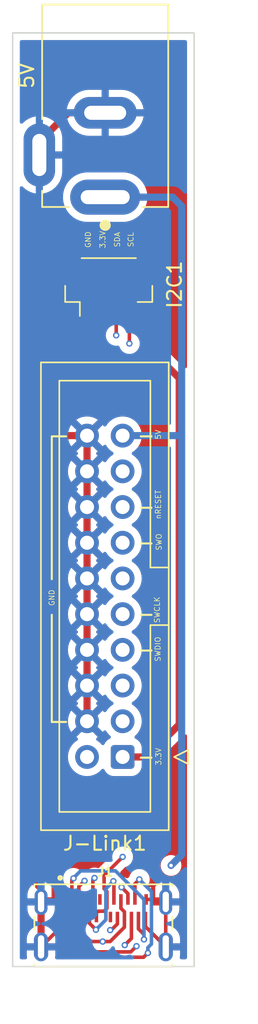
<source format=kicad_pcb>
(kicad_pcb (version 20211014) (generator pcbnew)
  (layers (0 "F.Cu" signal) (1 "In1.Cu" signal) (2 "In2.Cu" signal) (31 "B.Cu" signal) (34 "B.Paste" user) (35 "F.Paste" user) (36 "B.SilkS" user "B.Silkscreen") (37 "F.SilkS" user "F.Silkscreen") (38 "B.Mask" user) (39 "F.Mask" user) (44 "Edge.Cuts" user))
  (net 0 "")
  (net 1 "5V")
  (net 2 "GND")
  (net 3 "3.3V")
  (net 4 "SDA")
  (net 5 "SCL")
  (net 9 "SWDIO")
  (net 10 "SWCLK")
  (net 12 "SWO")
  (net 13 "nRESET")
  (footprint "Connector_JST:JST_SH_BM04B-SRSS-TB_1x04-1MP_P1.00mm_Vertical" (layer "F.Cu") (at 137.668 85.344)
    (fp_text reference "I2C1" (at 4.699 -0.127 90) (layer "F.SilkS"))
    (fp_text value "I2C")
    (fp_line (start -2.06 1.11) (end -2.06 2.1) (layer "F.SilkS") (width 0.12))
    (fp_line (start -1.94 -2.01) (end 1.94 -2.01) (layer "F.SilkS") (width 0.12))
    (fp_line (start 3.11 -0.04) (end 3.11 1.11) (layer "F.SilkS") (width 0.12))
    (fp_line (start -3.11 -0.04) (end -3.11 1.11) (layer "F.SilkS") (width 0.12))
    (fp_line (start -3.11 1.11) (end -2.06 1.11) (layer "F.SilkS") (width 0.12))
    (fp_line (start 3.11 1.11) (end 2.06 1.11) (layer "F.SilkS") (width 0.12))
    (pad "1" smd roundrect (at -1.5 1.325) (size 0.6 1.55) (layers "F.Cu" "F.Paste" "F.Mask") (net 2 "GND"))
    (pad "1" smd roundrect (at 2.799999 -1.2) (size 1.2 1.8) (layers "F.Cu" "F.Paste" "F.Mask") (roundrect_rratio 0.2083333333) (net 2 "GND"))
    (pad "1" smd roundrect (at -2.799999 -1.2) (size 1.2 1.8) (layers "F.Cu" "F.Paste" "F.Mask") (roundrect_rratio 0.2083333333) (net 2 "GND"))
    (pad "2" smd roundrect (at -0.5 1.325) (size 0.6 1.55) (layers "F.Cu" "F.Paste" "F.Mask") (net 3 "3.3V"))
    (pad "3" smd roundrect (at 0.5 1.325) (size 0.6 1.55) (layers "F.Cu" "F.Paste" "F.Mask") (net 4 "SDA"))
    (pad "4" smd roundrect (at 1.5 1.325) (size 0.6 1.55) (layers "F.Cu" "F.Paste" "F.Mask") (net 5 "SCL"))
  )
  (footprint "Connector_IDC:IDC-Header_2x10_P2.54mm_Vertical" (layer "F.Cu") (at 138.6586 118.8212 180)
    (fp_text reference "J-Link1" (at 1.27 -6.1468) (layer "F.SilkS"))
    (fp_text value "J-Link")
    (fp_line (start -4.68 0.5) (end -3.68 0) (layer "F.SilkS") (width 0.12))
    (fp_line (start -1.98 13.48) (end -3.29 13.48) (layer "F.SilkS") (width 0.12))
    (fp_line (start -3.68 0) (end -4.68 -0.5) (layer "F.SilkS") (width 0.12))
    (fp_line (start -1.98 9.38) (end -1.98 -3.91) (layer "F.SilkS") (width 0.12))
    (fp_line (start -1.98 -3.91) (end 4.52 -3.91) (layer "F.SilkS") (width 0.12))
    (fp_line (start 5.83 28.07) (end -3.29 28.07) (layer "F.SilkS") (width 0.12))
    (fp_line (start -4.68 -0.5) (end -4.68 0.5) (layer "F.SilkS") (width 0.12))
    (fp_line (start 4.52 26.77) (end -1.98 26.77) (layer "F.SilkS") (width 0.12))
    (fp_line (start 4.52 -3.91) (end 4.52 26.77) (layer "F.SilkS") (width 0.12))
    (fp_line (start -3.29 28.07) (end -3.29 -5.21) (layer "F.SilkS") (width 0.12))
    (fp_line (start -3.29 9.38) (end -1.98 9.38) (layer "F.SilkS") (width 0.12))
    (fp_line (start 5.83 -5.21) (end 5.83 28.07) (layer "F.SilkS") (width 0.12))
    (fp_line (start -3.29 -5.21) (end 5.83 -5.21) (layer "F.SilkS") (width 0.12))
    (fp_line (start -1.98 13.48) (end -1.98 13.48) (layer "F.SilkS") (width 0.12))
    (fp_line (start -1.98 26.77) (end -1.98 13.48) (layer "F.SilkS") (width 0.12))
    (pad "1" thru_hole roundrect (at 0 0 180) (size 1.7 1.7) (drill 1) (layers *.Cu *.Mask) (roundrect_rratio 0.1470588235) (net 3 "3.3V"))
    (pad "2" thru_hole circle (at 2.54 0 180) (size 1.7 1.7) (drill 1) (layers *.Cu *.Mask))
    (pad "3" thru_hole circle (at 0 2.54 180) (size 1.7 1.7) (drill 1) (layers *.Cu *.Mask))
    (pad "4" thru_hole circle (at 2.54 2.54 180) (size 1.7 1.7) (drill 1) (layers *.Cu *.Mask) (net 2 "GND"))
    (pad "5" thru_hole circle (at 0 5.08 180) (size 1.7 1.7) (drill 1) (layers *.Cu *.Mask))
    (pad "6" thru_hole circle (at 2.54 5.08 180) (size 1.7 1.7) (drill 1) (layers *.Cu *.Mask) (net 2 "GND"))
    (pad "7" thru_hole circle (at 0 7.62 180) (size 1.7 1.7) (drill 1) (layers *.Cu *.Mask) (net 9 "SWDIO"))
    (pad "8" thru_hole circle (at 2.54 7.62 180) (size 1.7 1.7) (drill 1) (layers *.Cu *.Mask) (net 2 "GND"))
    (pad "9" thru_hole circle (at 0 10.16 180) (size 1.7 1.7) (drill 1) (layers *.Cu *.Mask) (net 10 "SWCLK"))
    (pad "10" thru_hole circle (at 2.54 10.16 180) (size 1.7 1.7) (drill 1) (layers *.Cu *.Mask) (net 2 "GND"))
    (pad "11" thru_hole circle (at 0 12.7 180) (size 1.7 1.7) (drill 1) (layers *.Cu *.Mask))
    (pad "12" thru_hole circle (at 2.54 12.7 180) (size 1.7 1.7) (drill 1) (layers *.Cu *.Mask) (net 2 "GND"))
    (pad "13" thru_hole circle (at 0 15.24 180) (size 1.7 1.7) (drill 1) (layers *.Cu *.Mask) (net 12 "SWO"))
    (pad "14" thru_hole circle (at 2.54 15.24 180) (size 1.7 1.7) (drill 1) (layers *.Cu *.Mask) (net 2 "GND"))
    (pad "15" thru_hole circle (at 0 17.78 180) (size 1.7 1.7) (drill 1) (layers *.Cu *.Mask) (net 13 "nRESET"))
    (pad "16" thru_hole circle (at 2.54 17.78 180) (size 1.7 1.7) (drill 1) (layers *.Cu *.Mask) (net 2 "GND"))
    (pad "17" thru_hole circle (at 0 20.32 180) (size 1.7 1.7) (drill 1) (layers *.Cu *.Mask))
    (pad "18" thru_hole circle (at 2.54 20.32 180) (size 1.7 1.7) (drill 1) (layers *.Cu *.Mask) (net 2 "GND"))
    (pad "19" thru_hole circle (at 0 22.86 180) (size 1.7 1.7) (drill 1) (layers *.Cu *.Mask) (net 1 "5V"))
    (pad "20" thru_hole circle (at 2.54 22.86 180) (size 1.7 1.7) (drill 1) (layers *.Cu *.Mask) (net 2 "GND"))
  )
  (footprint "posey:CUI_PJ-002A" (layer "F.Cu") (at 137.414 78.994 90)
    (fp_text reference "5V" (at 8.636 -5.588 90) (layer "F.SilkS") (effects (font (size 1.000827 1.000827))))
    (fp_text value "PJ-002A")
    (fp_line (start 13.7 4.5) (end -0.7 4.5) (layer "F.SilkS") (width 0.127))
    (fp_line (start 5.55 -4.5) (end 13.7 -4.5) (layer "F.SilkS") (width 0.127))
    (fp_line (start -0.7 4.5) (end -0.7 2.65) (layer "F.SilkS") (width 0.127))
    (fp_line (start -0.7 -2.55) (end -0.7 -4.5) (layer "F.SilkS") (width 0.127))
    (fp_line (start 13.7 -4.5) (end 13.7 4.5) (layer "F.SilkS") (width 0.127))
    (fp_line (start -0.7 -4.5) (end 0.45 -4.5) (layer "F.SilkS") (width 0.127))
    (fp_circle (center -2 0) (end -1.8 0) (layer "F.SilkS") (width 0.4) (fill none))
    (pad "1" thru_hole oval (at 0 0 90) (size 2.5 5) (drill oval 1 3.5) (layers *.Cu *.Mask) (net 1 "5V"))
    (pad "2" thru_hole oval (at 6 0 90) (size 2.25 4.5) (drill oval 1 3) (layers *.Cu *.Mask) (net 2 "GND"))
    (pad "3" thru_hole oval (at 3 -4.7 90) (size 4.5 2.25) (drill oval 3 1) (layers *.Cu *.Mask) (net 2 "GND"))
  )
  (footprint "posey:TE_2305018-2_USBC_Recepticle" (layer "F.Cu") (at 137.287 132.334)
    (fp_text reference "J1" (at 0.127 -5.334) (layer "F.SilkS") (effects (font (size 0.641101 0.641101))))
    (fp_text value "USB-C Recp TE-2305018-2")
    (fp_line (start -4.925 1.4) (end -4.925 1.23125) (layer "F.SilkS") (width 0.127))
    (fp_line (start -4.925 -4.45) (end 4.925 -4.45) (layer "F.SilkS") (width 0.127))
    (fp_line (start 4.925 1.4) (end 4.925 1.23125) (layer "F.SilkS") (width 0.127))
    (fp_line (start -4.925 -1.23125) (end -4.925 -2.15469) (layer "F.SilkS") (width 0.127))
    (fp_line (start -4.925 -4.30938) (end -4.925 -4.45) (layer "F.SilkS") (width 0.127))
    (fp_line (start 4.925 -1.23125) (end 4.925 -2.15469) (layer "F.SilkS") (width 0.127))
    (fp_line (start 4.925 1.4) (end -4.925 1.4) (layer "F.SilkS") (width 0.127))
    (fp_line (start 4.925 -4.30938) (end 4.925 -4.45) (layer "F.SilkS") (width 0.127))
    (fp_circle (center -3.085 -4.907) (end -2.985 -4.907) (layer "F.SilkS") (width 0.2) (fill none))
    (pad "A1" smd rect (at -3.05 -3.375) (size 0.25 0.75) (layers "F.Cu" "F.Paste" "F.Mask") (net 2 "GND"))
    (pad "A2" smd rect (at -2.25 -3.375) (size 0.25 0.75) (layers "F.Cu" "F.Paste" "F.Mask") (net 4 "SDA"))
    (pad "A3" smd rect (at -1.75 -3.375) (size 0.25 0.75) (layers "F.Cu" "F.Paste" "F.Mask") (net 5 "SCL"))
    (pad "A4" smd rect (at -1.25 -3.375) (size 0.25 0.75) (layers "F.Cu" "F.Paste" "F.Mask") (net 1 "5V"))
    (pad "A5" smd rect (at -0.75 -3.375) (size 0.25 0.75) (layers "F.Cu" "F.Paste" "F.Mask") (net 3 "3.3V"))
    (pad "A6" smd rect (at -0.25 -3.375) (size 0.25 0.75) (layers "F.Cu" "F.Paste" "F.Mask"))
    (pad "A7" smd rect (at 0.25 -3.375) (size 0.25 0.75) (layers "F.Cu" "F.Paste" "F.Mask") (net 12 "SWO"))
    (pad "A8" smd rect (at 0.75 -3.375) (size 0.25 0.75) (layers "F.Cu" "F.Paste" "F.Mask") (net 13 "nRESET"))
    (pad "A9" smd rect (at 1.25 -3.375) (size 0.25 0.75) (layers "F.Cu" "F.Paste" "F.Mask") (net 1 "5V"))
    (pad "A10" smd rect (at 1.75 -3.375) (size 0.25 0.75) (layers "F.Cu" "F.Paste" "F.Mask") (net 9 "SWDIO"))
    (pad "A11" smd rect (at 2.25 -3.375) (size 0.25 0.75) (layers "F.Cu" "F.Paste" "F.Mask") (net 10 "SWCLK"))
    (pad "A12" smd rect (at 3.05 -3.375) (size 0.25 0.75) (layers "F.Cu" "F.Paste" "F.Mask") (net 2 "GND"))
    (pad "B1" smd rect (at 3 -2.125) (size 0.25 0.75) (layers "F.Cu" "F.Paste" "F.Mask") (net 2 "GND"))
    (pad "B2" smd rect (at 2.5 -2.125) (size 0.25 0.75) (layers "F.Cu" "F.Paste" "F.Mask") (net 4 "SDA"))
    (pad "B3" smd rect (at 2 -2.125) (size 0.25 0.75) (layers "F.Cu" "F.Paste" "F.Mask") (net 5 "SCL"))
    (pad "B4" smd rect (at 1.5 -2.125) (size 0.25 0.75) (layers "F.Cu" "F.Paste" "F.Mask") (net 1 "5V"))
    (pad "B5" smd rect (at 1 -2.125) (size 0.25 0.75) (layers "F.Cu" "F.Paste" "F.Mask") (net 3 "3.3V"))
    (pad "B6" smd rect (at 0.5 -2.125) (size 0.25 0.75) (layers "F.Cu" "F.Paste" "F.Mask"))
    (pad "B7" smd rect (at -0.5 -2.125) (size 0.25 0.75) (layers "F.Cu" "F.Paste" "F.Mask") (net 12 "SWO"))
    (pad "B8" smd rect (at -1 -2.125) (size 0.25 0.75) (layers "F.Cu" "F.Paste" "F.Mask") (net 13 "nRESET"))
    (pad "B9" smd rect (at -1.5 -2.125) (size 0.25 0.75) (layers "F.Cu" "F.Paste" "F.Mask") (net 1 "5V"))
    (pad "B10" smd rect (at -2 -2.125) (size 0.25 0.75) (layers "F.Cu" "F.Paste" "F.Mask") (net 9 "SWDIO"))
    (pad "B11" smd rect (at -2.5 -2.125) (size 0.25 0.75) (layers "F.Cu" "F.Paste" "F.Mask") (net 10 "SWCLK"))
    (pad "B12" smd rect (at -3 -2.125) (size 0.25 0.75) (layers "F.Cu" "F.Paste" "F.Mask") (net 2 "GND"))
    (pad "G1" smd rect (at -3.55 -3.375) (size 0.3 0.75) (layers "F.Cu" "F.Paste" "F.Mask") (net 2 "GND"))
    (pad "G2" smd rect (at 3.55 -3.375) (size 0.3 0.75) (layers "F.Cu" "F.Paste" "F.Mask") (net 2 "GND"))
    (pad "S1" thru_hole oval (at -4.45 0) (size 1.025 2.05) (drill oval 0.45 1.65) (layers *.Cu *.Mask) (net 2 "GND"))
    (pad "S2" thru_hole oval (at 4.45 0) (size 1.025 2.05) (drill oval 0.45 1.65) (layers *.Cu *.Mask) (net 2 "GND"))
    (pad "S3" thru_hole oval (at -4.45 -3.2) (size 0.925 1.85) (drill oval 0.45 1.45) (layers *.Cu *.Mask) (net 2 "GND"))
    (pad "S4" thru_hole oval (at 4.45 -3.2) (size 0.925 1.85) (drill oval 0.45 1.45) (layers *.Cu *.Mask) (net 2 "GND"))
  )
  (gr_line (start 139.954 96.012) (end 140.716 96.012) (layer "F.SilkS") (width 0.15))
  (gr_line (start 139.954 103.632) (end 140.716 103.632) (layer "F.SilkS") (width 0.15))
  (gr_line (start 139.954 108.712) (end 140.716 108.712) (layer "F.SilkS") (width 0.15))
  (gr_line (start 139.954 111.252) (end 140.716 111.252) (layer "F.SilkS") (width 0.15))
  (gr_line (start 133.604 108.712) (end 133.604 116.332) (layer "F.SilkS") (width 0.15))
  (gr_line (start 139.954 118.872) (end 140.716 118.872) (layer "F.SilkS") (width 0.15))
  (gr_line (start 133.604 96.012) (end 134.62 96.012) (layer "F.SilkS") (width 0.15))
  (gr_line (start 133.604 96.012) (end 133.604 106.172) (layer "F.SilkS") (width 0.15))
  (gr_line (start 133.604 116.332) (end 134.62 116.332) (layer "F.SilkS") (width 0.15))
  (gr_line (start 139.954 101.092) (end 140.716 101.092) (layer "F.SilkS") (width 0.15))
  (gr_rect (start 130.81 67.31) (end 143.764 133.731) (layer "Edge.Cuts") (width 0.1) (fill none))
  (gr_text "3.3V" (at 137.2362 82.0166 90) (layer "F.SilkS") (effects (font (size 0.381 0.381) (thickness 0.0508))))
  (gr_text "5V" (at 141.1986 95.885 90) (layer "F.SilkS") (effects (font (size 0.381 0.381) (thickness 0.0508))))
  (gr_text "nRESET" (at 141.1986 100.8634 90) (layer "F.SilkS") (effects (font (size 0.381 0.381) (thickness 0.0508))))
  (gr_text "SWCLK" (at 141.1224 108.3564 90) (layer "F.SilkS") (effects (font (size 0.381 0.381) (thickness 0.0508))))
  (gr_text "GND" (at 136.1948 82.0166 90) (layer "F.SilkS") (effects (font (size 0.381 0.381) (thickness 0.0508))))
  (gr_text "SWO" (at 141.2494 103.5304 90) (layer "F.SilkS") (effects (font (size 0.381 0.381) (thickness 0.0508))))
  (gr_text "3.3V" (at 141.224 118.7958 90) (layer "F.SilkS") (effects (font (size 0.381 0.381) (thickness 0.0508))))
  (gr_text "SCL" (at 139.2428 82.0166 90) (layer "F.SilkS") (effects (font (size 0.381 0.381) (thickness 0.0508))))
  (gr_text "SWDIO" (at 141.1732 111.1504 90) (layer "F.SilkS") (effects (font (size 0.381 0.381) (thickness 0.0508))))
  (gr_text "SDA" (at 138.2776 82.0166 90) (layer "F.SilkS") (effects (font (size 0.381 0.381) (thickness 0.0508))))
  (gr_text "GND" (at 133.604 107.4928 90) (layer "F.SilkS") (effects (font (size 0.381 0.381) (thickness 0.0508))))
  (segment (start 137.7696 131.953) (end 138.787 130.9356) (width 0.254) (layer "F.Cu") (net 1))
  (segment (start 136.1948 131.7498) (end 136.398 131.953) (width 0.254) (layer "F.Cu") (net 1))
  (segment (start 135.787 131.342) (end 136.1948 131.7498) (width 0.254) (layer "F.Cu") (net 1))
  (segment (start 135.787 130.209) (end 135.787 129.58) (width 0.254) (layer "F.Cu") (net 1))
  (segment (start 135.787 130.209) (end 135.787 131.342) (width 0.254) (layer "F.Cu") (net 1))
  (segment (start 136.398 131.953) (end 137.2362 131.953) (width 0.254) (layer "F.Cu") (net 1))
  (segment (start 135.787 129.58) (end 136.037 129.33) (width 0.254) (layer "F.Cu") (net 1))
  (segment (start 136.037 129.33) (end 136.037 128.959) (width 0.254) (layer "F.Cu") (net 1))
  (segment (start 138.787 129.838) (end 138.787 130.209) (width 0.254) (layer "F.Cu") (net 1))
  (segment (start 137.2362 131.953) (end 137.7696 131.953) (width 0.254) (layer "F.Cu") (net 1))
  (segment (start 138.787 130.9356) (end 138.787 130.209) (width 0.254) (layer "F.Cu") (net 1))
  (segment (start 138.537 129.588) (end 138.787 129.838) (width 0.254) (layer "F.Cu") (net 1))
  (segment (start 138.537 128.959) (end 138.537 129.588) (width 0.254) (layer "F.Cu") (net 1))
  (via (at 142.113 126.5428) (size 0.4572) (drill 0.254) (layers "F.Cu" "B.Cu") (net 1))
  (via (at 137.2362 131.953) (size 0.4572) (drill 0.254) (layers "F.Cu" "B.Cu") (net 1))
  (segment (start 142.24 78.994) (end 142.875 79.629) (width 0.508) (layer "B.Cu") (net 1))
  (segment (start 138.6586 95.9612) (end 142.7988 95.9612) (width 0.508) (layer "B.Cu") (net 1))
  (segment (start 142.875 125.7808) (end 142.113 126.5428) (width 0.508) (layer "B.Cu") (net 1))
  (segment (start 142.7988 95.9612) (end 142.875 95.885) (width 0.508) (layer "B.Cu") (net 1))
  (segment (start 137.414 78.994) (end 142.24 78.994) (width 0.508) (layer "B.Cu") (net 1))
  (segment (start 142.875 95.885) (end 142.875 125.7808) (width 0.508) (layer "B.Cu") (net 1))
  (segment (start 142.875 79.629) (end 142.875 95.885) (width 0.508) (layer "B.Cu") (net 1))
  (segment (start 136.1186 95.9612) (end 136.1186 116.2812) (width 0.508) (layer "F.Cu") (net 2))
  (segment (start 134.868001 86.023801) (end 134.868001 84.144) (width 0.508) (layer "F.Cu") (net 2))
  (segment (start 132.714 75.058) (end 134.778 72.994) (width 0.508) (layer "F.Cu") (net 2))
  (segment (start 136.168 86.669) (end 136.168 88.749) (width 0.508) (layer "F.Cu") (net 2))
  (segment (start 131.6928 84.144) (end 131.6736 84.1248) (width 0.508) (layer "F.Cu") (net 2))
  (segment (start 141.562 128.959) (end 141.737 129.134) (width 0.254) (layer "F.Cu") (net 2))
  (segment (start 131.6736 90.4494) (end 131.6736 84.6836) (width 0.508) (layer "F.Cu") (net 2))
  (segment (start 134.237 128.959) (end 133.737 128.959) (width 0.254) (layer "F.Cu") (net 2))
  (segment (start 131.6736 127) (end 131.6736 95.7072) (width 0.508) (layer "F.Cu") (net 2))
  (segment (start 136.168 88.749) (end 134.4676 90.4494) (width 0.508) (layer "F.Cu") (net 2))
  (segment (start 136.1186 95.9612) (end 131.9276 95.9612) (width 0.508) (layer "F.Cu") (net 2))
  (segment (start 134.287 130.884) (end 132.837 132.334) (width 0.254) (layer "F.Cu") (net 2))
  (segment (start 133.012 128.959) (end 132.837 129.134) (width 0.254) (layer "F.Cu") (net 2))
  (segment (start 134.4676 90.4494) (end 131.6736 90.4494) (width 0.508) (layer "F.Cu") (net 2))
  (segment (start 132.714 83.0844) (end 132.714 75.994) (width 0.508) (layer "F.Cu") (net 2))
  (segment (start 134.868001 84.144) (end 131.6928 84.144) (width 0.508) (layer "F.Cu") (net 2))
  (segment (start 131.6736 84.6836) (end 131.6736 84.1248) (width 0.508) (layer "F.Cu") (net 2))
  (segment (start 141.737 132.334) (end 141.737 129.134) (width 0.254) (layer "F.Cu") (net 2))
  (segment (start 140.287 130.884) (end 141.737 132.334) (width 0.254) (layer "F.Cu") (net 2))
  (segment (start 136.168 86.669) (end 135.5132 86.669) (width 0.508) (layer "F.Cu") (net 2))
  (segment (start 134.868001 84.144) (end 140.467999 84.144) (width 0.508) (layer "F.Cu") (net 2))
  (segment (start 140.837 128.959) (end 141.562 128.959) (width 0.254) (layer "F.Cu") (net 2))
  (segment (start 131.6736 95.7072) (end 131.6736 90.4494) (width 0.508) (layer "F.Cu") (net 2))
  (segment (start 132.837 132.334) (end 132.837 129.134) (width 0.508) (layer "F.Cu") (net 2))
  (segment (start 134.287 130.209) (end 134.287 130.884) (width 0.254) (layer "F.Cu") (net 2))
  (segment (start 140.337 128.959) (end 140.837 128.959) (width 0.254) (layer "F.Cu") (net 2))
  (segment (start 131.6736 84.1248) (end 132.714 83.0844) (width 0.508) (layer "F.Cu") (net 2))
  (segment (start 135.5132 86.669) (end 134.868001 86.023801) (width 0.508) (layer "F.Cu") (net 2))
  (segment (start 132.714 75.994) (end 132.714 75.058) (width 0.508) (layer "F.Cu") (net 2))
  (segment (start 140.287 130.209) (end 140.287 130.884) (width 0.254) (layer "F.Cu") (net 2))
  (segment (start 134.778 72.994) (end 137.414 72.994) (width 0.508) (layer "F.Cu") (net 2))
  (segment (start 131.9276 95.9612) (end 131.6736 95.7072) (width 0.508) (layer "F.Cu") (net 2))
  (segment (start 132.837 128.1634) (end 131.6736 127) (width 0.508) (layer "F.Cu") (net 2))
  (segment (start 133.737 128.959) (end 133.012 128.959) (width 0.254) (layer "F.Cu") (net 2))
  (segment (start 132.837 129.134) (end 132.837 128.1634) (width 0.508) (layer "F.Cu") (net 2))
  (segment (start 136.537 127.5468) (end 136.652 127.4318) (width 0.254) (layer "F.Cu") (net 3))
  (segment (start 138.6586 118.8212) (end 140.3858 118.8212) (width 0.508) (layer "F.Cu") (net 3))
  (segment (start 138.287 130.699) (end 138.049 130.937) (width 0.254) (layer "F.Cu") (net 3))
  (segment (start 141.6558 90.8304) (end 137.541 90.8304) (width 0.508) (layer "F.Cu") (net 3))
  (segment (start 137.8458 131.1402) (end 137.7696 131.1402) (width 0.254) (layer "F.Cu") (net 3))
  (segment (start 140.3858 118.8212) (end 142.6972 116.5098) (width 0.508) (layer "F.Cu") (net 3))
  (segment (start 138.049 130.937) (end 137.8458 131.1402) (width 0.254) (layer "F.Cu") (net 3))
  (segment (start 138.287 130.209) (end 138.287 130.699) (width 0.254) (layer "F.Cu") (net 3))
  (segment (start 142.6972 91.8718) (end 141.6558 90.8304) (width 0.508) (layer "F.Cu") (net 3))
  (segment (start 137.168 90.4574) (end 137.168 86.669) (width 0.508) (layer "F.Cu") (net 3))
  (segment (start 136.537 128.959) (end 136.537 127.5468) (width 0.254) (layer "F.Cu") (net 3))
  (segment (start 142.6972 116.5098) (end 142.6972 91.8718) (width 0.508) (layer "F.Cu") (net 3))
  (segment (start 137.541 90.8304) (end 137.168 90.4574) (width 0.508) (layer "F.Cu") (net 3))
  (via (at 137.7696 131.1402) (size 0.4572) (drill 0.254) (layers "F.Cu" "B.Cu") (net 3))
  (via (at 136.652 127.4318) (size 0.4572) (drill 0.254) (layers "F.Cu" "B.Cu") (net 3))
  (segment (start 138.2014 86.7024) (end 138.168 86.669) (width 0.254) (layer "F.Cu") (net 4))
  (segment (start 140.1826 131.445) (end 140.1826 131.8006) (width 0.254) (layer "F.Cu") (net 4))
  (segment (start 135.037 128.959) (end 135.037 127.5736) (width 0.254) (layer "F.Cu") (net 4))
  (segment (start 140.0048 131.2672) (end 140.1826 131.445) (width 0.254) (layer "F.Cu") (net 4))
  (segment (start 139.787 130.209) (end 139.787 131.0494) (width 0.254) (layer "F.Cu") (net 4))
  (segment (start 139.787 131.0494) (end 140.0048 131.2672) (width 0.254) (layer "F.Cu") (net 4))
  (segment (start 138.2014 88.8238) (end 138.2014 86.7024) (width 0.254) (layer "F.Cu") (net 4))
  (segment (start 135.037 127.5736) (end 135.1534 127.4572) (width 0.254) (layer "F.Cu") (net 4))
  (via (at 135.1534 127.4572) (size 0.4572) (drill 0.254) (layers "F.Cu" "B.Cu") (net 4))
  (via (at 138.2014 88.8238) (size 0.4572) (drill 0.254) (layers "F.Cu" "B.Cu") (net 4))
  (via (at 140.1826 131.8006) (size 0.4572) (drill 0.254) (layers "F.Cu" "B.Cu") (net 4))
  (segment (start 135.1534 127.4318) (end 135.1534 127.4572) (width 0.254) (layer "B.Cu") (net 4))
  (segment (start 140.1826 131.8006) (end 140.1826 128.9558) (width 0.254) (layer "B.Cu") (net 4))
  (segment (start 135.6614 126.9238) (end 135.1534 127.4318) (width 0.254) (layer "B.Cu") (net 4))
  (segment (start 138.684 127.4572) (end 138.1506 126.9238) (width 0.254) (layer "B.Cu") (net 4))
  (segment (start 140.1826 128.9558) (end 138.684 127.4572) (width 0.254) (layer "B.Cu") (net 4))
  (segment (start 138.1506 126.9238) (end 135.6614 126.9238) (width 0.254) (layer "B.Cu") (net 4))
  (segment (start 135.537 128.0388) (end 135.9408 127.635) (width 0.254) (layer "F.Cu") (net 5))
  (segment (start 139.287 131.731) (end 138.811 132.207) (width 0.254) (layer "F.Cu") (net 5))
  (segment (start 139.1412 86.6958) (end 139.168 86.669) (width 0.254) (layer "F.Cu") (net 5))
  (segment (start 139.287 131.3114) (end 139.287 131.731) (width 0.254) (layer "F.Cu") (net 5))
  (segment (start 135.537 128.959) (end 135.537 128.0388) (width 0.254) (layer "F.Cu") (net 5))
  (segment (start 139.287 130.209) (end 139.287 131.3114) (width 0.254) (layer "F.Cu") (net 5))
  (segment (start 139.287 131.3114) (end 139.2936 131.318) (width 0.254) (layer "F.Cu") (net 5))
  (segment (start 139.1412 89.408) (end 139.1412 86.6958) (width 0.254) (layer "F.Cu") (net 5))
  (via (at 138.811 132.207) (size 0.4572) (drill 0.254) (layers "F.Cu" "B.Cu") (net 5))
  (via (at 139.1412 89.408) (size 0.4572) (drill 0.254) (layers "F.Cu" "B.Cu") (net 5))
  (via (at 135.9408 127.635) (size 0.4572) (drill 0.254) (layers "F.Cu" "B.Cu") (net 5))
  (segment (start 135.287 132.0358) (end 135.287 130.209) (width 0.254) (layer "F.Cu") (net 9))
  (segment (start 139.6492 132.2832) (end 139.2428 132.6896) (width 0.254) (layer "F.Cu") (net 9))
  (segment (start 139.037 128.5468) (end 139.037 128.959) (width 0.254) (layer "F.Cu") (net 9))
  (segment (start 135.9408 132.6896) (end 135.287 132.0358) (width 0.254) (layer "F.Cu") (net 9))
  (segment (start 138.5824 128.0922) (end 139.037 128.5468) (width 0.254) (layer "F.Cu") (net 9))
  (segment (start 139.2428 132.6896) (end 135.9408 132.6896) (width 0.254) (layer "F.Cu") (net 9))
  (via (at 139.6492 132.2832) (size 0.4572) (drill 0.254) (layers "F.Cu" "B.Cu") (net 9))
  (via (at 138.5824 128.0922) (size 0.4572) (drill 0.254) (layers "F.Cu" "B.Cu") (net 9))
  (segment (start 138.6586 128.1684) (end 138.5824 128.0922) (width 0.254) (layer "B.Cu") (net 9))
  (segment (start 139.537 127.8488) (end 139.8524 127.5334) (width 0.254) (layer "F.Cu") (net 10))
  (segment (start 134.787 130.209) (end 134.787 132.073936) (width 0.254) (layer "F.Cu") (net 10))
  (segment (start 135.783664 133.0706) (end 140.1572 133.0706) (width 0.254) (layer "F.Cu") (net 10))
  (segment (start 139.537 128.959) (end 139.537 127.8488) (width 0.254) (layer "F.Cu") (net 10))
  (segment (start 134.787 132.073936) (end 135.783664 133.0706) (width 0.254) (layer "F.Cu") (net 10))
  (segment (start 140.1572 133.0706) (end 140.462 132.7658) (width 0.254) (layer "F.Cu") (net 10))
  (via (at 139.8524 127.5334) (size 0.4572) (drill 0.254) (layers "F.Cu" "B.Cu") (net 10))
  (via (at 140.462 132.7658) (size 0.4572) (drill 0.254) (layers "F.Cu" "B.Cu") (net 10))
  (segment (start 140.716 128.397) (end 139.8524 127.5334) (width 0.254) (layer "B.Cu") (net 10))
  (segment (start 140.716 130.937) (end 140.716 128.397) (width 0.254) (layer "B.Cu") (net 10))
  (segment (start 140.462 132.7658) (end 140.462 132.3848) (width 0.254) (layer "B.Cu") (net 10))
  (segment (start 140.716 132.1308) (end 140.716 130.937) (width 0.254) (layer "B.Cu") (net 10))
  (segment (start 140.5636 132.2832) (end 140.716 132.1308) (width 0.254) (layer "B.Cu") (net 10))
  (segment (start 140.462 132.3848) (end 140.5636 132.2832) (width 0.254) (layer "B.Cu") (net 10))
  (segment (start 136.787 129.913) (end 136.787 130.209) (width 0.254) (layer "F.Cu") (net 12))
  (segment (start 137.3378 127.254) (end 138.6586 125.9332) (width 0.254) (layer "F.Cu") (net 12))
  (segment (start 137.537 128.959) (end 137.537 128.393) (width 0.254) (layer "F.Cu") (net 12))
  (segment (start 137.331 129.794) (end 136.906 129.794) (width 0.254) (layer "F.Cu") (net 12))
  (segment (start 137.537 129.588) (end 137.331 129.794) (width 0.254) (layer "F.Cu") (net 12))
  (segment (start 137.537 128.959) (end 137.537 129.588) (width 0.254) (layer "F.Cu") (net 12))
  (segment (start 137.3378 128.1938) (end 137.3378 127.4318) (width 0.254) (layer "F.Cu") (net 12))
  (segment (start 137.537 128.393) (end 137.3378 128.1938) (width 0.254) (layer "F.Cu") (net 12))
  (segment (start 136.906 129.794) (end 136.787 129.913) (width 0.254) (layer "F.Cu") (net 12))
  (segment (start 137.3378 127.4318) (end 137.3378 127.254) (width 0.254) (layer "F.Cu") (net 12))
  (via (at 138.6586 125.9332) (size 0.4572) (drill 0.254) (layers "F.Cu" "B.Cu") (net 12))
  (segment (start 136.287 130.209) (end 136.287 130.6482) (width 0.254) (layer "F.Cu") (net 13))
  (segment (start 136.287 130.6482) (end 136.7536 131.1148) (width 0.254) (layer "F.Cu") (net 13))
  (segment (start 138.037 127.6992) (end 137.9982 127.6604) (width 0.254) (layer "F.Cu") (net 13))
  (segment (start 138.037 128.959) (end 138.037 127.6992) (width 0.254) (layer "F.Cu") (net 13))
  (via (at 137.9982 127.6604) (size 0.4572) (drill 0.254) (layers "F.Cu" "B.Cu") (net 13))
  (via (at 136.7536 131.1148) (size 0.4572) (drill 0.254) (layers "F.Cu" "B.Cu") (net 13))
  (segment (start 136.7536 131.1148) (end 137.4648 130.4036) (width 0.254) (layer "B.Cu") (net 13))
  (segment (start 137.4648 128.1938) (end 137.9982 127.6604) (width 0.254) (layer "B.Cu") (net 13))
  (segment (start 137.4648 128.3716) (end 137.4648 128.1938) (width 0.254) (layer "B.Cu") (net 13))
  (segment (start 137.4648 130.4036) (end 137.4648 128.3716) (width 0.254) (layer "B.Cu") (net 13))
  (zone (net 2) (net_name "GND") (layers "F.Cu" "In1.Cu" "In2.Cu" "B.Cu") (connect_pads (clearance 0.508)) (min_thickness 0.254) (fill yes (thermal_gap 0.508) (thermal_bridge_width 0.508))
    (polygon (pts (xy 143.764 133.604) (xy 130.81 133.604) (xy 130.81 67.31) (xy 143.764 67.31)))
  )
)
</source>
